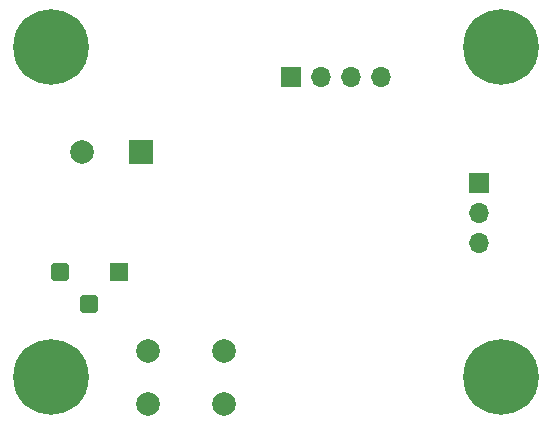
<source format=gbs>
%TF.GenerationSoftware,KiCad,Pcbnew,(6.0.8)*%
%TF.CreationDate,2022-12-23T18:43:03+01:00*%
%TF.ProjectId,Neopixel_LED_Star,4e656f70-6978-4656-9c5f-4c45445f5374,rev?*%
%TF.SameCoordinates,Original*%
%TF.FileFunction,Soldermask,Bot*%
%TF.FilePolarity,Negative*%
%FSLAX46Y46*%
G04 Gerber Fmt 4.6, Leading zero omitted, Abs format (unit mm)*
G04 Created by KiCad (PCBNEW (6.0.8)) date 2022-12-23 18:43:03*
%MOMM*%
%LPD*%
G01*
G04 APERTURE LIST*
G04 Aperture macros list*
%AMRoundRect*
0 Rectangle with rounded corners*
0 $1 Rounding radius*
0 $2 $3 $4 $5 $6 $7 $8 $9 X,Y pos of 4 corners*
0 Add a 4 corners polygon primitive as box body*
4,1,4,$2,$3,$4,$5,$6,$7,$8,$9,$2,$3,0*
0 Add four circle primitives for the rounded corners*
1,1,$1+$1,$2,$3*
1,1,$1+$1,$4,$5*
1,1,$1+$1,$6,$7*
1,1,$1+$1,$8,$9*
0 Add four rect primitives between the rounded corners*
20,1,$1+$1,$2,$3,$4,$5,0*
20,1,$1+$1,$4,$5,$6,$7,0*
20,1,$1+$1,$6,$7,$8,$9,0*
20,1,$1+$1,$8,$9,$2,$3,0*%
G04 Aperture macros list end*
%ADD10C,6.400000*%
%ADD11C,2.000000*%
%ADD12R,1.700000X1.700000*%
%ADD13O,1.700000X1.700000*%
%ADD14R,1.600000X1.600000*%
%ADD15RoundRect,0.400000X-0.400000X-0.400000X0.400000X-0.400000X0.400000X0.400000X-0.400000X0.400000X0*%
%ADD16R,2.000000X2.000000*%
G04 APERTURE END LIST*
D10*
%TO.C,REF\u002A\u002A*%
X127000000Y-101600000D03*
%TD*%
D11*
%TO.C,SW1*%
X141680000Y-99350000D03*
X135180000Y-99350000D03*
X141680000Y-103850000D03*
X135180000Y-103850000D03*
%TD*%
D10*
%TO.C,REF\u002A\u002A*%
X165100000Y-101600000D03*
%TD*%
%TO.C,REF\u002A\u002A*%
X165100000Y-73660000D03*
%TD*%
D12*
%TO.C,J2*%
X163265000Y-85170000D03*
D13*
X163265000Y-87710000D03*
X163265000Y-90250000D03*
%TD*%
D14*
%TO.C,J1*%
X132797000Y-92710000D03*
D15*
X127797000Y-92710000D03*
X130197000Y-95410000D03*
%TD*%
D12*
%TO.C,J3*%
X147320000Y-76200000D03*
D13*
X149860000Y-76200000D03*
X152400000Y-76200000D03*
X154940000Y-76200000D03*
%TD*%
D10*
%TO.C,REF\u002A\u002A*%
X127000000Y-73660000D03*
%TD*%
D16*
%TO.C,C1*%
X134620000Y-82550000D03*
D11*
X129620000Y-82550000D03*
%TD*%
M02*

</source>
